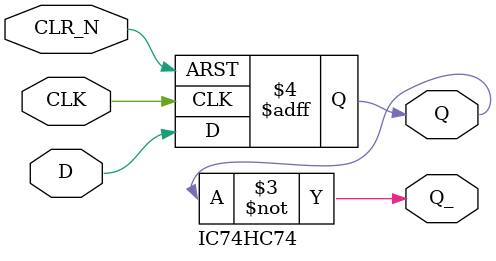
<source format=v>
module IC74HC74(
    input CLK,
    input CLR_N,
    input D,
    output reg Q,
    output wire Q_
);

always @(posedge CLK or negedge CLR_N) begin
    if (~CLR_N)
        Q <= 1'b0;
    else
        Q <= D;
end

assign Q_ = ~Q;

endmodule

</source>
